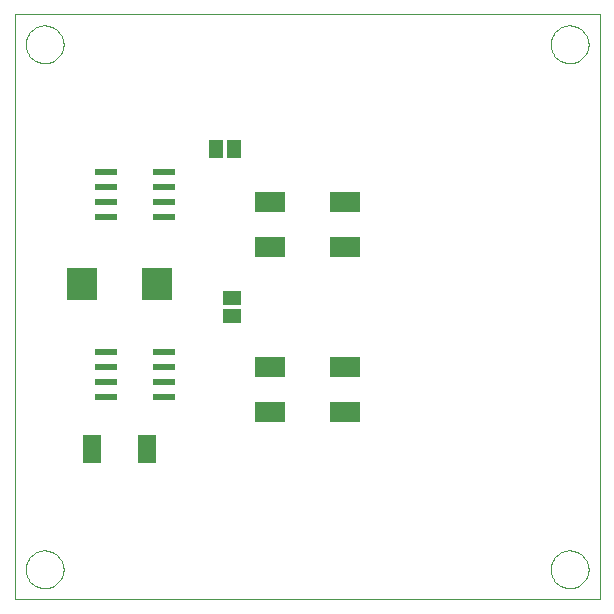
<source format=gbp>
G75*
%MOIN*%
%OFA0B0*%
%FSLAX24Y24*%
%IPPOS*%
%LPD*%
%AMOC8*
5,1,8,0,0,1.08239X$1,22.5*
%
%ADD10C,0.0000*%
%ADD11R,0.0780X0.0220*%
%ADD12R,0.0460X0.0630*%
%ADD13R,0.0591X0.0945*%
%ADD14R,0.0630X0.0460*%
%ADD15R,0.0984X0.0669*%
%ADD16R,0.1004X0.1063*%
D10*
X000100Y000100D02*
X000100Y019600D01*
X019600Y019600D01*
X019600Y000100D01*
X000100Y000100D01*
X000470Y001100D02*
X000472Y001150D01*
X000478Y001200D01*
X000488Y001249D01*
X000502Y001297D01*
X000519Y001344D01*
X000540Y001389D01*
X000565Y001433D01*
X000593Y001474D01*
X000625Y001513D01*
X000659Y001550D01*
X000696Y001584D01*
X000736Y001614D01*
X000778Y001641D01*
X000822Y001665D01*
X000868Y001686D01*
X000915Y001702D01*
X000963Y001715D01*
X001013Y001724D01*
X001062Y001729D01*
X001113Y001730D01*
X001163Y001727D01*
X001212Y001720D01*
X001261Y001709D01*
X001309Y001694D01*
X001355Y001676D01*
X001400Y001654D01*
X001443Y001628D01*
X001484Y001599D01*
X001523Y001567D01*
X001559Y001532D01*
X001591Y001494D01*
X001621Y001454D01*
X001648Y001411D01*
X001671Y001367D01*
X001690Y001321D01*
X001706Y001273D01*
X001718Y001224D01*
X001726Y001175D01*
X001730Y001125D01*
X001730Y001075D01*
X001726Y001025D01*
X001718Y000976D01*
X001706Y000927D01*
X001690Y000879D01*
X001671Y000833D01*
X001648Y000789D01*
X001621Y000746D01*
X001591Y000706D01*
X001559Y000668D01*
X001523Y000633D01*
X001484Y000601D01*
X001443Y000572D01*
X001400Y000546D01*
X001355Y000524D01*
X001309Y000506D01*
X001261Y000491D01*
X001212Y000480D01*
X001163Y000473D01*
X001113Y000470D01*
X001062Y000471D01*
X001013Y000476D01*
X000963Y000485D01*
X000915Y000498D01*
X000868Y000514D01*
X000822Y000535D01*
X000778Y000559D01*
X000736Y000586D01*
X000696Y000616D01*
X000659Y000650D01*
X000625Y000687D01*
X000593Y000726D01*
X000565Y000767D01*
X000540Y000811D01*
X000519Y000856D01*
X000502Y000903D01*
X000488Y000951D01*
X000478Y001000D01*
X000472Y001050D01*
X000470Y001100D01*
X000470Y018600D02*
X000472Y018650D01*
X000478Y018700D01*
X000488Y018749D01*
X000502Y018797D01*
X000519Y018844D01*
X000540Y018889D01*
X000565Y018933D01*
X000593Y018974D01*
X000625Y019013D01*
X000659Y019050D01*
X000696Y019084D01*
X000736Y019114D01*
X000778Y019141D01*
X000822Y019165D01*
X000868Y019186D01*
X000915Y019202D01*
X000963Y019215D01*
X001013Y019224D01*
X001062Y019229D01*
X001113Y019230D01*
X001163Y019227D01*
X001212Y019220D01*
X001261Y019209D01*
X001309Y019194D01*
X001355Y019176D01*
X001400Y019154D01*
X001443Y019128D01*
X001484Y019099D01*
X001523Y019067D01*
X001559Y019032D01*
X001591Y018994D01*
X001621Y018954D01*
X001648Y018911D01*
X001671Y018867D01*
X001690Y018821D01*
X001706Y018773D01*
X001718Y018724D01*
X001726Y018675D01*
X001730Y018625D01*
X001730Y018575D01*
X001726Y018525D01*
X001718Y018476D01*
X001706Y018427D01*
X001690Y018379D01*
X001671Y018333D01*
X001648Y018289D01*
X001621Y018246D01*
X001591Y018206D01*
X001559Y018168D01*
X001523Y018133D01*
X001484Y018101D01*
X001443Y018072D01*
X001400Y018046D01*
X001355Y018024D01*
X001309Y018006D01*
X001261Y017991D01*
X001212Y017980D01*
X001163Y017973D01*
X001113Y017970D01*
X001062Y017971D01*
X001013Y017976D01*
X000963Y017985D01*
X000915Y017998D01*
X000868Y018014D01*
X000822Y018035D01*
X000778Y018059D01*
X000736Y018086D01*
X000696Y018116D01*
X000659Y018150D01*
X000625Y018187D01*
X000593Y018226D01*
X000565Y018267D01*
X000540Y018311D01*
X000519Y018356D01*
X000502Y018403D01*
X000488Y018451D01*
X000478Y018500D01*
X000472Y018550D01*
X000470Y018600D01*
X017970Y018600D02*
X017972Y018650D01*
X017978Y018700D01*
X017988Y018749D01*
X018002Y018797D01*
X018019Y018844D01*
X018040Y018889D01*
X018065Y018933D01*
X018093Y018974D01*
X018125Y019013D01*
X018159Y019050D01*
X018196Y019084D01*
X018236Y019114D01*
X018278Y019141D01*
X018322Y019165D01*
X018368Y019186D01*
X018415Y019202D01*
X018463Y019215D01*
X018513Y019224D01*
X018562Y019229D01*
X018613Y019230D01*
X018663Y019227D01*
X018712Y019220D01*
X018761Y019209D01*
X018809Y019194D01*
X018855Y019176D01*
X018900Y019154D01*
X018943Y019128D01*
X018984Y019099D01*
X019023Y019067D01*
X019059Y019032D01*
X019091Y018994D01*
X019121Y018954D01*
X019148Y018911D01*
X019171Y018867D01*
X019190Y018821D01*
X019206Y018773D01*
X019218Y018724D01*
X019226Y018675D01*
X019230Y018625D01*
X019230Y018575D01*
X019226Y018525D01*
X019218Y018476D01*
X019206Y018427D01*
X019190Y018379D01*
X019171Y018333D01*
X019148Y018289D01*
X019121Y018246D01*
X019091Y018206D01*
X019059Y018168D01*
X019023Y018133D01*
X018984Y018101D01*
X018943Y018072D01*
X018900Y018046D01*
X018855Y018024D01*
X018809Y018006D01*
X018761Y017991D01*
X018712Y017980D01*
X018663Y017973D01*
X018613Y017970D01*
X018562Y017971D01*
X018513Y017976D01*
X018463Y017985D01*
X018415Y017998D01*
X018368Y018014D01*
X018322Y018035D01*
X018278Y018059D01*
X018236Y018086D01*
X018196Y018116D01*
X018159Y018150D01*
X018125Y018187D01*
X018093Y018226D01*
X018065Y018267D01*
X018040Y018311D01*
X018019Y018356D01*
X018002Y018403D01*
X017988Y018451D01*
X017978Y018500D01*
X017972Y018550D01*
X017970Y018600D01*
X017970Y001100D02*
X017972Y001150D01*
X017978Y001200D01*
X017988Y001249D01*
X018002Y001297D01*
X018019Y001344D01*
X018040Y001389D01*
X018065Y001433D01*
X018093Y001474D01*
X018125Y001513D01*
X018159Y001550D01*
X018196Y001584D01*
X018236Y001614D01*
X018278Y001641D01*
X018322Y001665D01*
X018368Y001686D01*
X018415Y001702D01*
X018463Y001715D01*
X018513Y001724D01*
X018562Y001729D01*
X018613Y001730D01*
X018663Y001727D01*
X018712Y001720D01*
X018761Y001709D01*
X018809Y001694D01*
X018855Y001676D01*
X018900Y001654D01*
X018943Y001628D01*
X018984Y001599D01*
X019023Y001567D01*
X019059Y001532D01*
X019091Y001494D01*
X019121Y001454D01*
X019148Y001411D01*
X019171Y001367D01*
X019190Y001321D01*
X019206Y001273D01*
X019218Y001224D01*
X019226Y001175D01*
X019230Y001125D01*
X019230Y001075D01*
X019226Y001025D01*
X019218Y000976D01*
X019206Y000927D01*
X019190Y000879D01*
X019171Y000833D01*
X019148Y000789D01*
X019121Y000746D01*
X019091Y000706D01*
X019059Y000668D01*
X019023Y000633D01*
X018984Y000601D01*
X018943Y000572D01*
X018900Y000546D01*
X018855Y000524D01*
X018809Y000506D01*
X018761Y000491D01*
X018712Y000480D01*
X018663Y000473D01*
X018613Y000470D01*
X018562Y000471D01*
X018513Y000476D01*
X018463Y000485D01*
X018415Y000498D01*
X018368Y000514D01*
X018322Y000535D01*
X018278Y000559D01*
X018236Y000586D01*
X018196Y000616D01*
X018159Y000650D01*
X018125Y000687D01*
X018093Y000726D01*
X018065Y000767D01*
X018040Y000811D01*
X018019Y000856D01*
X018002Y000903D01*
X017988Y000951D01*
X017978Y001000D01*
X017972Y001050D01*
X017970Y001100D01*
D11*
X005070Y006850D03*
X005070Y007350D03*
X005070Y007850D03*
X005070Y008350D03*
X003130Y008350D03*
X003130Y007850D03*
X003130Y007350D03*
X003130Y006850D03*
X003130Y012850D03*
X003130Y013350D03*
X003130Y013850D03*
X003130Y014350D03*
X005070Y014350D03*
X005070Y013850D03*
X005070Y013350D03*
X005070Y012850D03*
D12*
X006800Y015100D03*
X007400Y015100D03*
D13*
X004506Y005100D03*
X002694Y005100D03*
D14*
X007350Y009550D03*
X007350Y010150D03*
D15*
X008600Y011852D03*
X008600Y013348D03*
X011100Y013348D03*
X011100Y011852D03*
X011100Y007848D03*
X011100Y006352D03*
X008600Y006352D03*
X008600Y007848D03*
D16*
X004848Y010600D03*
X002352Y010600D03*
M02*

</source>
